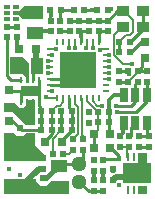
<source format=gtl>
%FSLAX23Y23*%
%MOIN*%
G70*
G01*
G75*
G04 Layer_Physical_Order=1*
G04 Layer_Color=255*
%ADD10C,0.008*%
%ADD11R,0.030X0.030*%
%ADD12R,0.020X0.020*%
%ADD13R,0.020X0.020*%
%ADD14R,0.043X0.035*%
%ADD15R,0.030X0.030*%
%ADD16R,0.044X0.058*%
%ADD17R,0.058X0.044*%
%ADD18R,0.107X0.051*%
%ADD19R,0.024X0.010*%
%ADD20R,0.010X0.024*%
%ADD21R,0.122X0.122*%
%ADD22R,0.011X0.020*%
%ADD23R,0.063X0.035*%
%ADD24R,0.020X0.012*%
%ADD25R,0.019X0.012*%
%ADD26R,0.010X0.028*%
%ADD27R,0.094X0.065*%
%ADD28R,0.028X0.051*%
%ADD29C,0.010*%
%ADD30C,0.006*%
%ADD31C,0.012*%
%ADD32C,0.020*%
%ADD33C,0.005*%
%ADD34C,0.051*%
%ADD35C,0.016*%
%ADD36C,0.020*%
G36*
X186Y80D02*
X179D01*
X153Y54D01*
X131D01*
Y74D01*
X153D01*
X171Y92D01*
X198D01*
X186Y80D01*
D02*
G37*
G36*
X487Y106D02*
X459D01*
X458Y105D01*
Y148D01*
X487D01*
Y106D01*
D02*
G37*
G36*
X116Y53D02*
X131Y38D01*
X151D01*
X168Y55D01*
X226D01*
Y10D01*
X10D01*
Y60D01*
X116D01*
Y53D01*
D02*
G37*
G36*
X488Y10D02*
X458D01*
Y38D01*
X488D01*
Y10D01*
D02*
G37*
G36*
X92Y448D02*
Y381D01*
X82D01*
Y399D01*
X72Y409D01*
X30D01*
Y466D01*
X31Y467D01*
X73D01*
X92Y448D01*
D02*
G37*
G36*
X141Y594D02*
X74D01*
X60Y608D01*
X42D01*
X41Y609D01*
Y620D01*
X60D01*
X78Y638D01*
X141D01*
Y594D01*
D02*
G37*
G36*
X113Y174D02*
X146Y141D01*
X151Y141D01*
Y120D01*
X10Y120D01*
Y214D01*
X42D01*
X52Y204D01*
X72D01*
X82Y214D01*
X113D01*
Y174D01*
D02*
G37*
G36*
X112Y239D02*
X83D01*
X37Y285D01*
X10D01*
Y315D01*
X44D01*
X62Y297D01*
X72D01*
X82Y307D01*
Y325D01*
X112D01*
Y239D01*
D02*
G37*
D10*
X428Y167D02*
G03*
X419Y159I0J-9D01*
G01*
X325Y552D02*
X326Y551D01*
X419Y134D02*
Y159D01*
X396Y167D02*
X428D01*
X341Y56D02*
Y72D01*
Y87D01*
D11*
X480Y463D02*
D03*
Y517D02*
D03*
X25Y301D02*
D03*
Y356D02*
D03*
Y199D02*
D03*
Y255D02*
D03*
X98Y199D02*
D03*
Y255D02*
D03*
D12*
X492Y203D02*
D03*
Y167D02*
D03*
X460Y203D02*
D03*
Y167D02*
D03*
X424Y421D02*
D03*
Y385D02*
D03*
X292Y283D02*
D03*
Y247D02*
D03*
X165Y588D02*
D03*
Y552D02*
D03*
X53Y532D02*
D03*
Y568D02*
D03*
X392Y421D02*
D03*
Y385D02*
D03*
X197Y552D02*
D03*
Y588D02*
D03*
X261Y552D02*
D03*
Y588D02*
D03*
X293Y552D02*
D03*
Y588D02*
D03*
X325Y552D02*
D03*
Y588D02*
D03*
X357Y552D02*
D03*
Y588D02*
D03*
X272Y194D02*
D03*
Y158D02*
D03*
X240Y192D02*
D03*
Y156D02*
D03*
X62Y194D02*
D03*
Y230D02*
D03*
X488Y421D02*
D03*
Y385D02*
D03*
X456Y421D02*
D03*
Y385D02*
D03*
X20Y568D02*
D03*
Y532D02*
D03*
X141Y28D02*
D03*
Y64D02*
D03*
Y131D02*
D03*
Y95D02*
D03*
X396Y203D02*
D03*
Y167D02*
D03*
X428Y203D02*
D03*
Y167D02*
D03*
X373Y92D02*
D03*
Y56D02*
D03*
X309Y20D02*
D03*
Y56D02*
D03*
Y87D02*
D03*
Y123D02*
D03*
X341Y56D02*
D03*
Y20D02*
D03*
Y123D02*
D03*
Y87D02*
D03*
X229Y552D02*
D03*
Y588D02*
D03*
D13*
X201Y223D02*
D03*
X237D02*
D03*
X134D02*
D03*
X170D02*
D03*
X163Y625D02*
D03*
X199D02*
D03*
X394Y485D02*
D03*
X430D02*
D03*
X170Y287D02*
D03*
X134D02*
D03*
X170Y255D02*
D03*
X134D02*
D03*
X237Y287D02*
D03*
X201D02*
D03*
X237Y255D02*
D03*
X201D02*
D03*
X323Y283D02*
D03*
X359D02*
D03*
X323Y251D02*
D03*
X359D02*
D03*
X172Y144D02*
D03*
X208D02*
D03*
X430Y517D02*
D03*
X394D02*
D03*
X242Y625D02*
D03*
X278D02*
D03*
X356D02*
D03*
X320D02*
D03*
D14*
X406Y619D02*
D03*
X472D02*
D03*
X406Y567D02*
D03*
X472D02*
D03*
D15*
X309Y210D02*
D03*
X364D02*
D03*
X115Y494D02*
D03*
X60D02*
D03*
X203Y182D02*
D03*
X147D02*
D03*
X310Y164D02*
D03*
X364D02*
D03*
D16*
X51Y438D02*
D03*
X121D02*
D03*
D17*
X112Y616D02*
D03*
Y546D02*
D03*
X194Y102D02*
D03*
Y32D02*
D03*
D18*
X64Y145D02*
D03*
Y35D02*
D03*
D19*
X163Y492D02*
D03*
Y472D02*
D03*
Y453D02*
D03*
Y433D02*
D03*
Y413D02*
D03*
Y393D02*
D03*
Y374D02*
D03*
Y354D02*
D03*
X351D02*
D03*
Y374D02*
D03*
Y393D02*
D03*
Y413D02*
D03*
Y433D02*
D03*
Y453D02*
D03*
Y472D02*
D03*
Y492D02*
D03*
D20*
X188Y329D02*
D03*
X208D02*
D03*
X227D02*
D03*
X247D02*
D03*
X267D02*
D03*
X287D02*
D03*
X306D02*
D03*
X326D02*
D03*
Y517D02*
D03*
X306D02*
D03*
X287D02*
D03*
X267D02*
D03*
X247D02*
D03*
X227D02*
D03*
X208D02*
D03*
X188D02*
D03*
D21*
X257Y423D02*
D03*
D22*
X67Y316D02*
D03*
X87D02*
D03*
X107D02*
D03*
X127D02*
D03*
Y390D02*
D03*
X107D02*
D03*
X87D02*
D03*
X67D02*
D03*
D23*
X97Y353D02*
D03*
D24*
X50Y594D02*
D03*
D25*
Y614D02*
D03*
Y634D02*
D03*
X20D02*
D03*
Y614D02*
D03*
Y594D02*
D03*
D26*
X483Y134D02*
D03*
X463D02*
D03*
X443D02*
D03*
X423D02*
D03*
X483Y24D02*
D03*
X463D02*
D03*
X443D02*
D03*
X423D02*
D03*
D27*
X453Y79D02*
D03*
D28*
X411Y341D02*
D03*
X448D02*
D03*
X485D02*
D03*
Y247D02*
D03*
X448D02*
D03*
X411D02*
D03*
D29*
X163Y589D02*
Y625D01*
X430Y518D02*
X472Y561D01*
Y567D01*
Y619D01*
X456Y421D02*
X470Y435D01*
Y463D01*
X267Y517D02*
Y546D01*
X460Y203D02*
X492D01*
X147Y182D02*
Y188D01*
X170Y210D01*
Y223D01*
X237Y255D02*
Y287D01*
X385Y284D02*
X450D01*
X485Y319D01*
Y341D01*
X384Y305D02*
X431D01*
X433Y303D01*
X448Y318D01*
Y341D01*
X127Y316D02*
Y390D01*
X107Y424D02*
X121Y438D01*
X107Y390D02*
Y424D01*
X25Y356D02*
X27Y353D01*
X63D01*
X67Y349D01*
Y316D02*
Y349D01*
X134Y287D02*
Y298D01*
X127Y305D02*
X134Y298D01*
X127Y305D02*
Y316D01*
X62Y230D02*
X67Y225D01*
X134D02*
Y255D01*
X67Y225D02*
X134D01*
X25Y255D02*
X37D01*
X62Y230D01*
X134Y223D02*
Y225D01*
Y255D02*
Y287D01*
X33Y389D02*
X67D01*
Y390D01*
X19Y403D02*
X33Y389D01*
X19Y403D02*
Y531D01*
X20Y532D01*
X53Y568D02*
X53Y568D01*
X20Y568D02*
X53D01*
X392Y385D02*
X424D01*
X203Y182D02*
Y189D01*
X237Y223D01*
X309Y164D02*
X310Y164D01*
X309Y164D02*
Y210D01*
X357Y588D02*
X388Y619D01*
X406D01*
X394Y485D02*
Y518D01*
X392Y421D02*
X424D01*
X456D02*
X488D01*
X485Y383D02*
X488Y385D01*
X485Y341D02*
Y383D01*
X448Y377D02*
X456Y385D01*
X448Y341D02*
Y377D01*
X163Y589D02*
X165Y588D01*
X199Y625D02*
X243D01*
X197Y623D02*
X199Y625D01*
X197Y588D02*
Y623D01*
X280Y625D02*
X324D01*
X293Y588D02*
X325D01*
X261D02*
X293D01*
X229D02*
X261D01*
X197Y552D02*
X229D01*
X261D02*
X293D01*
X261D02*
X267Y546D01*
X325Y588D02*
X357D01*
X325Y552D02*
X357D01*
X326Y517D02*
Y551D01*
X434Y203D02*
Y233D01*
X428Y203D02*
X434D01*
Y233D02*
X448Y247D01*
X460Y167D02*
X492D01*
X485Y209D02*
X492Y203D01*
X485Y209D02*
Y247D01*
X359Y215D02*
X364Y210D01*
X359Y215D02*
Y251D01*
Y283D01*
X208Y374D02*
X227Y393D01*
X257Y423D01*
X163Y393D02*
X227D01*
X163Y374D02*
X208D01*
X201Y255D02*
Y287D01*
Y223D02*
Y255D01*
X237Y223D02*
Y255D01*
X227Y296D02*
X237Y287D01*
X227Y296D02*
Y329D01*
X364Y164D02*
X365D01*
X261Y51D02*
X292Y20D01*
X309D01*
X341D01*
Y123D02*
X346Y128D01*
X205Y110D02*
X261D01*
X197Y102D02*
X205Y110D01*
X261D02*
X272Y121D01*
Y158D01*
X365Y164D02*
X393Y136D01*
Y128D02*
Y136D01*
X346Y128D02*
X393D01*
D30*
X429Y540D02*
X440Y551D01*
X416Y540D02*
X429D01*
X394Y518D02*
X416Y540D01*
X406Y619D02*
X411D01*
X440Y590D01*
Y551D02*
Y590D01*
X405Y443D02*
X435D01*
X376Y472D02*
Y541D01*
Y472D02*
X405Y443D01*
X172Y144D02*
X173Y145D01*
Y195D01*
X201Y223D01*
X424Y385D02*
X456Y417D01*
Y421D01*
X376Y541D02*
X403Y567D01*
X406D01*
X182Y492D02*
X182Y492D01*
X163Y492D02*
X182D01*
X283Y497D02*
X285D01*
X287Y498D01*
X227Y497D02*
X227Y497D01*
Y517D01*
X247Y497D02*
X247Y497D01*
Y517D01*
X287Y498D02*
Y517D01*
X306Y498D02*
X306Y498D01*
Y517D01*
X309Y210D02*
X323Y223D01*
Y251D01*
Y283D01*
X287Y319D02*
X323Y283D01*
X287Y319D02*
Y329D01*
X208Y316D02*
Y329D01*
X197Y305D02*
X208Y316D01*
X186Y305D02*
X197D01*
X170Y255D02*
Y287D01*
Y223D02*
Y255D01*
Y287D02*
Y289D01*
X186Y305D01*
X208Y144D02*
X228D01*
X240Y156D01*
Y192D02*
Y193D01*
X258Y210D01*
X272Y194D02*
Y205D01*
X269Y208D02*
X272Y205D01*
X247Y311D02*
Y329D01*
X267D02*
X269Y327D01*
X247Y311D02*
X258Y300D01*
X269Y208D02*
Y327D01*
X258Y210D02*
Y300D01*
X306Y319D02*
Y329D01*
Y319D02*
X320Y305D01*
X338D01*
D31*
X438Y485D02*
X470Y517D01*
X430Y485D02*
X438D01*
X376Y341D02*
X411D01*
X359Y324D02*
X376Y341D01*
X112Y546D02*
X118Y552D01*
X165D01*
X53Y501D02*
Y532D01*
Y501D02*
X60Y494D01*
X396Y203D02*
X407Y214D01*
Y243D01*
X411Y247D01*
X359Y283D02*
Y324D01*
D32*
X64Y35D02*
X125Y95D01*
X141D01*
X115Y444D02*
X121Y438D01*
X115Y444D02*
Y494D01*
X433Y59D02*
X453Y79D01*
X427Y66D02*
X433Y59D01*
X374Y56D02*
X384Y66D01*
X427D01*
D33*
X151Y333D02*
X155Y329D01*
X188D01*
X331Y492D02*
X351D01*
X330Y491D02*
X331Y492D01*
X309Y56D02*
Y72D01*
Y87D01*
D34*
X261Y110D02*
D03*
Y51D02*
D03*
D35*
X25Y94D02*
D03*
X103Y288D02*
D03*
X17Y614D02*
D03*
X54Y634D02*
D03*
X22Y568D02*
D03*
X151Y333D02*
D03*
X171Y354D02*
D03*
X385Y284D02*
D03*
X384Y305D02*
D03*
X359Y283D02*
D03*
X492Y167D02*
D03*
X121Y438D02*
D03*
X115Y494D02*
D03*
X54Y535D02*
D03*
X23Y595D02*
D03*
X97Y556D02*
D03*
X100Y537D02*
D03*
X427Y411D02*
D03*
X460Y199D02*
D03*
X428Y200D02*
D03*
X472Y619D02*
D03*
X357Y552D02*
D03*
X366Y626D02*
D03*
X298Y588D02*
D03*
X435Y443D02*
D03*
X360Y473D02*
D03*
X424Y383D02*
D03*
X330Y491D02*
D03*
X156Y453D02*
D03*
Y433D02*
D03*
X292Y283D02*
D03*
X291Y247D02*
D03*
X47Y594D02*
D03*
X23Y634D02*
D03*
X168Y607D02*
D03*
X204Y625D02*
D03*
X302D02*
D03*
X197Y552D02*
D03*
X267Y537D02*
D03*
X182Y492D02*
D03*
X170Y472D02*
D03*
X359Y393D02*
D03*
Y413D02*
D03*
Y433D02*
D03*
Y452D02*
D03*
X156Y413D02*
D03*
X283Y497D02*
D03*
X227D02*
D03*
X247D02*
D03*
X306Y498D02*
D03*
X474Y22D02*
D03*
X241Y259D02*
D03*
X195Y251D02*
D03*
X309Y72D02*
D03*
X341D02*
D03*
X393Y128D02*
D03*
X307Y122D02*
D03*
X338Y305D02*
D03*
X372Y87D02*
D03*
X393Y39D02*
D03*
X64Y74D02*
D03*
D36*
X208Y472D02*
D03*
X257D02*
D03*
X306D02*
D03*
X208Y423D02*
D03*
X257D02*
D03*
X306D02*
D03*
X208Y374D02*
D03*
X257D02*
D03*
X306D02*
D03*
X81Y353D02*
D03*
X113D02*
D03*
X473Y99D02*
D03*
Y59D02*
D03*
X433Y99D02*
D03*
Y59D02*
D03*
M02*

</source>
